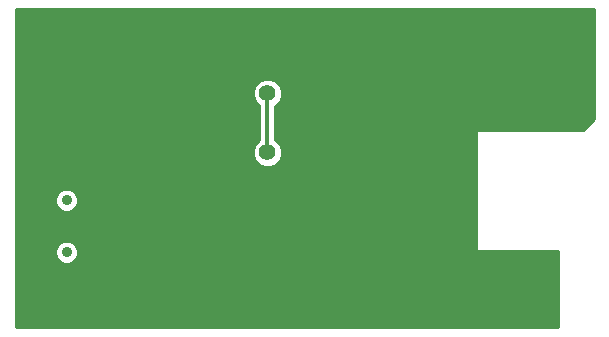
<source format=gbl>
G04 (created by PCBNEW-RS274X (2012-jan-04)-stable) date Wed 25 Apr 2012 03:41:18 PM EEST*
G01*
G70*
G90*
%MOIN*%
G04 Gerber Fmt 3.4, Leading zero omitted, Abs format*
%FSLAX34Y34*%
G04 APERTURE LIST*
%ADD10C,0.006000*%
%ADD11C,0.035400*%
%ADD12C,0.055100*%
%ADD13C,0.011800*%
%ADD14C,0.010000*%
G04 APERTURE END LIST*
G54D10*
G54D11*
X19587Y-30040D03*
X19587Y-31772D03*
G54D12*
X26280Y-26476D03*
X26280Y-28445D03*
X27264Y-24114D03*
X28937Y-29528D03*
X35531Y-34055D03*
X28642Y-34055D03*
X23721Y-28938D03*
X28248Y-32087D03*
X25787Y-30217D03*
X31890Y-30315D03*
X35630Y-26575D03*
X30807Y-26378D03*
X22835Y-26181D03*
X36614Y-24409D03*
X18701Y-33858D03*
X28051Y-27657D03*
X28346Y-26378D03*
X22047Y-31594D03*
X31693Y-24114D03*
G54D13*
X26280Y-28445D02*
X26280Y-26476D01*
X22047Y-31594D02*
X20965Y-31594D01*
X20965Y-31594D02*
X18701Y-33858D01*
G54D10*
G36*
X37155Y-27341D02*
X36790Y-27706D01*
X33218Y-27705D01*
X33218Y-31743D01*
X35974Y-31743D01*
X35974Y-34265D01*
X26762Y-34265D01*
X26762Y-28542D01*
X26762Y-28350D01*
X26689Y-28173D01*
X26554Y-28037D01*
X26546Y-28033D01*
X26546Y-26887D01*
X26552Y-26885D01*
X26688Y-26750D01*
X26762Y-26573D01*
X26762Y-26381D01*
X26689Y-26204D01*
X26554Y-26068D01*
X26377Y-25994D01*
X26185Y-25994D01*
X26008Y-26067D01*
X25872Y-26202D01*
X25798Y-26379D01*
X25798Y-26571D01*
X25871Y-26748D01*
X26006Y-26884D01*
X26014Y-26887D01*
X26014Y-28033D01*
X26008Y-28036D01*
X25872Y-28171D01*
X25798Y-28348D01*
X25798Y-28540D01*
X25871Y-28717D01*
X26006Y-28853D01*
X26183Y-28927D01*
X26375Y-28927D01*
X26552Y-28854D01*
X26688Y-28719D01*
X26762Y-28542D01*
X26762Y-34265D01*
X19971Y-34265D01*
X19971Y-31849D01*
X19971Y-31696D01*
X19971Y-30117D01*
X19971Y-29964D01*
X19913Y-29823D01*
X19805Y-29715D01*
X19664Y-29656D01*
X19511Y-29656D01*
X19370Y-29714D01*
X19262Y-29822D01*
X19203Y-29963D01*
X19203Y-30116D01*
X19261Y-30257D01*
X19369Y-30365D01*
X19510Y-30424D01*
X19663Y-30424D01*
X19804Y-30366D01*
X19912Y-30258D01*
X19971Y-30117D01*
X19971Y-31696D01*
X19913Y-31555D01*
X19805Y-31447D01*
X19664Y-31388D01*
X19511Y-31388D01*
X19370Y-31446D01*
X19262Y-31554D01*
X19203Y-31695D01*
X19203Y-31848D01*
X19261Y-31989D01*
X19369Y-32097D01*
X19510Y-32156D01*
X19663Y-32156D01*
X19804Y-32098D01*
X19912Y-31990D01*
X19971Y-31849D01*
X19971Y-34265D01*
X17900Y-34265D01*
X17900Y-23672D01*
X37155Y-23672D01*
X37155Y-27341D01*
X37155Y-27341D01*
G37*
G54D14*
X37155Y-27341D02*
X36790Y-27706D01*
X33218Y-27705D01*
X33218Y-31743D01*
X35974Y-31743D01*
X35974Y-34265D01*
X26762Y-34265D01*
X26762Y-28542D01*
X26762Y-28350D01*
X26689Y-28173D01*
X26554Y-28037D01*
X26546Y-28033D01*
X26546Y-26887D01*
X26552Y-26885D01*
X26688Y-26750D01*
X26762Y-26573D01*
X26762Y-26381D01*
X26689Y-26204D01*
X26554Y-26068D01*
X26377Y-25994D01*
X26185Y-25994D01*
X26008Y-26067D01*
X25872Y-26202D01*
X25798Y-26379D01*
X25798Y-26571D01*
X25871Y-26748D01*
X26006Y-26884D01*
X26014Y-26887D01*
X26014Y-28033D01*
X26008Y-28036D01*
X25872Y-28171D01*
X25798Y-28348D01*
X25798Y-28540D01*
X25871Y-28717D01*
X26006Y-28853D01*
X26183Y-28927D01*
X26375Y-28927D01*
X26552Y-28854D01*
X26688Y-28719D01*
X26762Y-28542D01*
X26762Y-34265D01*
X19971Y-34265D01*
X19971Y-31849D01*
X19971Y-31696D01*
X19971Y-30117D01*
X19971Y-29964D01*
X19913Y-29823D01*
X19805Y-29715D01*
X19664Y-29656D01*
X19511Y-29656D01*
X19370Y-29714D01*
X19262Y-29822D01*
X19203Y-29963D01*
X19203Y-30116D01*
X19261Y-30257D01*
X19369Y-30365D01*
X19510Y-30424D01*
X19663Y-30424D01*
X19804Y-30366D01*
X19912Y-30258D01*
X19971Y-30117D01*
X19971Y-31696D01*
X19913Y-31555D01*
X19805Y-31447D01*
X19664Y-31388D01*
X19511Y-31388D01*
X19370Y-31446D01*
X19262Y-31554D01*
X19203Y-31695D01*
X19203Y-31848D01*
X19261Y-31989D01*
X19369Y-32097D01*
X19510Y-32156D01*
X19663Y-32156D01*
X19804Y-32098D01*
X19912Y-31990D01*
X19971Y-31849D01*
X19971Y-34265D01*
X17900Y-34265D01*
X17900Y-23672D01*
X37155Y-23672D01*
X37155Y-27341D01*
M02*

</source>
